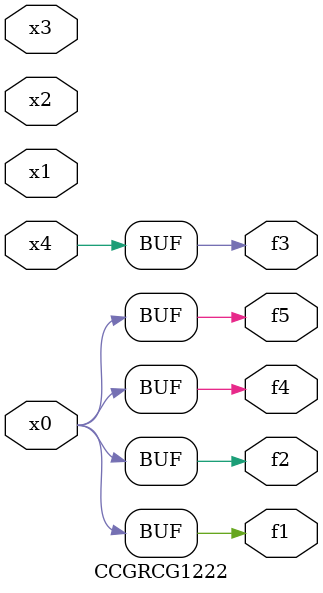
<source format=v>
module CCGRCG1222(
	input x0, x1, x2, x3, x4,
	output f1, f2, f3, f4, f5
);
	assign f1 = x0;
	assign f2 = x0;
	assign f3 = x4;
	assign f4 = x0;
	assign f5 = x0;
endmodule

</source>
